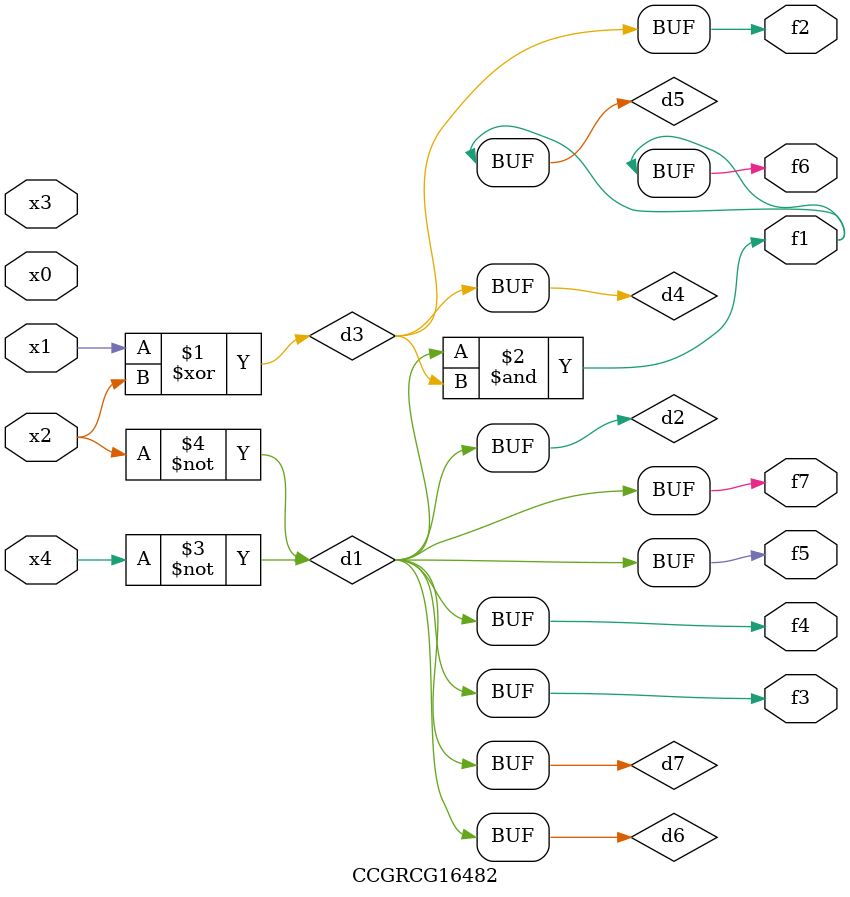
<source format=v>
module CCGRCG16482(
	input x0, x1, x2, x3, x4,
	output f1, f2, f3, f4, f5, f6, f7
);

	wire d1, d2, d3, d4, d5, d6, d7;

	not (d1, x4);
	not (d2, x2);
	xor (d3, x1, x2);
	buf (d4, d3);
	and (d5, d1, d3);
	buf (d6, d1, d2);
	buf (d7, d2);
	assign f1 = d5;
	assign f2 = d4;
	assign f3 = d7;
	assign f4 = d7;
	assign f5 = d7;
	assign f6 = d5;
	assign f7 = d7;
endmodule

</source>
